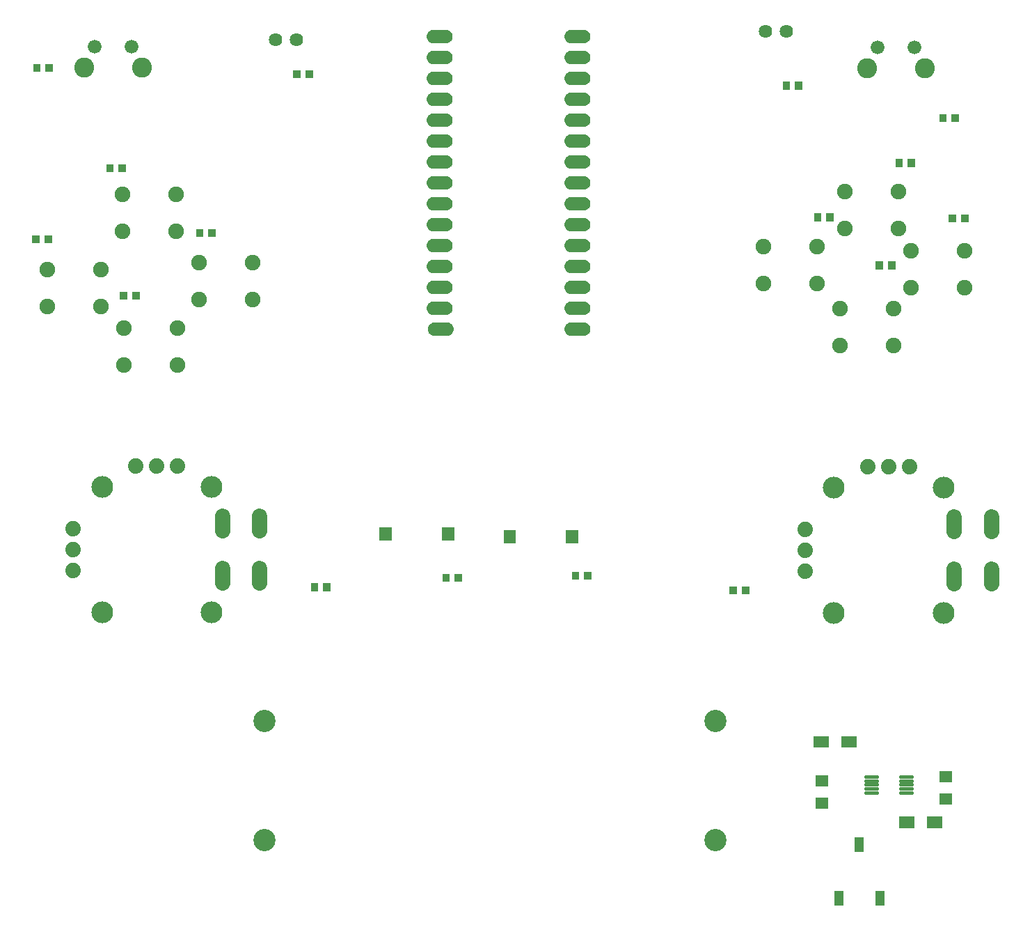
<source format=gts>
G04 Layer: TopSolderMaskLayer*
G04 EasyEDA v6.5.5, 2022-06-05 13:50:50*
G04 bb107c5f8ef14f278ad1c4d5784ba212,a4ea12fd96744f7d9b8618c9b4952ea7,10*
G04 Gerber Generator version 0.2*
G04 Scale: 100 percent, Rotated: No, Reflected: No *
G04 Dimensions in millimeters *
G04 leading zeros omitted , absolute positions ,4 integer and 5 decimal *
%FSLAX45Y45*%
%MOMM*%

%ADD31C,0.3816*%
%ADD32C,1.8796*%
%ADD33C,1.6256*%
%ADD34C,2.7016*%
%ADD38C,1.6767*%
%ADD39C,2.4267*%
%ADD41C,1.9016*%
%ADD43C,2.6416*%

%LPD*%
D31*
X11015197Y1703400D02*
G01*
X11149197Y1703400D01*
X11015197Y1753412D02*
G01*
X11149197Y1753412D01*
X11015197Y1803400D02*
G01*
X11149197Y1803400D01*
X11015197Y1853412D02*
G01*
X11149197Y1853412D01*
X11015197Y1903399D02*
G01*
X11149197Y1903399D01*
X10593202Y1703400D02*
G01*
X10727202Y1703400D01*
X10593202Y1753412D02*
G01*
X10727202Y1753412D01*
X10593202Y1803400D02*
G01*
X10727202Y1803400D01*
X10593202Y1853412D02*
G01*
X10727202Y1853412D01*
X10593202Y1903399D02*
G01*
X10727202Y1903399D01*
D32*
X3218586Y5067300D02*
G01*
X3218586Y4889500D01*
X3218586Y4432300D02*
G01*
X3218586Y4254500D01*
X2768600Y5067300D02*
G01*
X2768600Y4889500D01*
X2768600Y4432300D02*
G01*
X2768600Y4254500D01*
X12121286Y5054600D02*
G01*
X12121286Y4876800D01*
X12121286Y4419600D02*
G01*
X12121286Y4241800D01*
X11671300Y5054600D02*
G01*
X11671300Y4876800D01*
X11671300Y4419600D02*
G01*
X11671300Y4241800D01*
D33*
G01*
X9372600Y10960100D03*
G01*
X9626600Y10960100D03*
D34*
G01*
X8762796Y2575204D03*
G01*
X8762796Y1133195D03*
G01*
X3276803Y2575204D03*
G01*
X3276803Y1133195D03*
G36*
X10210545Y334263D02*
G01*
X10210545Y514604D01*
X10320781Y514604D01*
X10320781Y334263D01*
G37*
G36*
X10460481Y984250D02*
G01*
X10460481Y1164336D01*
X10570718Y1164336D01*
X10570718Y984250D01*
G37*
G36*
X10710418Y334263D02*
G01*
X10710418Y514604D01*
X10820654Y514604D01*
X10820654Y334263D01*
G37*
G36*
X11340591Y1276350D02*
G01*
X11340591Y1416050D01*
X11526520Y1416050D01*
X11526520Y1276350D01*
G37*
G36*
X11003279Y1276350D02*
G01*
X11003279Y1416050D01*
X11189208Y1416050D01*
X11189208Y1276350D01*
G37*
G36*
X10299191Y2254250D02*
G01*
X10299191Y2393950D01*
X10485120Y2393950D01*
X10485120Y2254250D01*
G37*
G36*
X9961879Y2254250D02*
G01*
X9961879Y2393950D01*
X10147808Y2393950D01*
X10147808Y2254250D01*
G37*
G36*
X9983215Y1784350D02*
G01*
X9983215Y1914652D01*
X10133584Y1914652D01*
X10133584Y1784350D01*
G37*
G36*
X9983215Y1514347D02*
G01*
X9983215Y1644650D01*
X10133584Y1644650D01*
X10133584Y1514347D01*
G37*
G36*
X11494515Y1835150D02*
G01*
X11494515Y1965452D01*
X11644884Y1965452D01*
X11644884Y1835150D01*
G37*
G36*
X11494515Y1565147D02*
G01*
X11494515Y1695450D01*
X11644884Y1695450D01*
X11644884Y1565147D01*
G37*
D38*
G01*
X1660093Y10773206D03*
G01*
X1210106Y10773206D03*
D39*
G01*
X1785086Y10523194D03*
G01*
X1085113Y10523194D03*
D38*
G01*
X11185093Y10760506D03*
G01*
X10735106Y10760506D03*
D39*
G01*
X11310086Y10510494D03*
G01*
X10610113Y10510494D03*
D33*
G01*
X3416300Y10858500D03*
G01*
X3670300Y10858500D03*
G36*
X3992372Y4155439D02*
G01*
X3992372Y4251960D01*
X4083050Y4251960D01*
X4083050Y4155439D01*
G37*
G36*
X3841750Y4155439D02*
G01*
X3841750Y4251960D01*
X3932427Y4251960D01*
X3932427Y4155439D01*
G37*
G36*
X9085072Y4117339D02*
G01*
X9085072Y4213860D01*
X9175750Y4213860D01*
X9175750Y4117339D01*
G37*
G36*
X8934450Y4117339D02*
G01*
X8934450Y4213860D01*
X9025127Y4213860D01*
X9025127Y4117339D01*
G37*
D41*
G01*
X11793220Y7839455D03*
G01*
X11793220Y8289544D03*
G01*
X11142979Y7839455D03*
G01*
X11142979Y8289544D03*
G01*
X10929620Y7140955D03*
G01*
X10929620Y7591044D03*
G01*
X10279379Y7140955D03*
G01*
X10279379Y7591044D03*
G01*
X2217420Y6899655D03*
G01*
X2217420Y7349744D03*
G01*
X1567179Y6899655D03*
G01*
X1567179Y7349744D03*
G01*
X1290320Y7610855D03*
G01*
X1290320Y8060944D03*
G01*
X640079Y7610855D03*
G01*
X640079Y8060944D03*
G01*
X3131820Y7699755D03*
G01*
X3131820Y8149844D03*
G01*
X2481579Y7699755D03*
G01*
X2481579Y8149844D03*
G01*
X2204720Y8525255D03*
G01*
X2204720Y8975344D03*
G01*
X1554479Y8525255D03*
G01*
X1554479Y8975344D03*
G01*
X10993120Y8563355D03*
G01*
X10993120Y9013444D03*
G01*
X10342879Y8563355D03*
G01*
X10342879Y9013444D03*
G01*
X10002520Y7890255D03*
G01*
X10002520Y8340344D03*
G01*
X9352279Y7890255D03*
G01*
X9352279Y8340344D03*
G36*
X5435600Y4771389D02*
G01*
X5435600Y4931410D01*
X5585968Y4931410D01*
X5585968Y4771389D01*
G37*
G36*
X4675631Y4771389D02*
G01*
X4675631Y4931410D01*
X4826000Y4931410D01*
X4826000Y4771389D01*
G37*
G36*
X6186931Y4733289D02*
G01*
X6186931Y4893310D01*
X6337300Y4893310D01*
X6337300Y4733289D01*
G37*
G36*
X6946900Y4733289D02*
G01*
X6946900Y4893310D01*
X7097268Y4893310D01*
X7097268Y4733289D01*
G37*
D32*
G01*
X952500Y4914900D03*
G01*
X952500Y4660900D03*
G01*
X952500Y4406900D03*
D43*
G01*
X2635250Y5422900D03*
G01*
X1301750Y5422900D03*
G01*
X1301750Y3898900D03*
G01*
X2635250Y3898900D03*
D32*
G01*
X2222500Y5676900D03*
G01*
X1968500Y5676900D03*
G01*
X1714500Y5676900D03*
G01*
X9855200Y4902200D03*
G01*
X9855200Y4648200D03*
G01*
X9855200Y4394200D03*
D43*
G01*
X11537950Y5410200D03*
G01*
X10204450Y5410200D03*
G01*
X10204450Y3886200D03*
G01*
X11537950Y3886200D03*
D32*
G01*
X11125200Y5664200D03*
G01*
X10871200Y5664200D03*
G01*
X10617200Y5664200D03*
G36*
X3776472Y10391139D02*
G01*
X3776472Y10487660D01*
X3867150Y10487660D01*
X3867150Y10391139D01*
G37*
G36*
X3625850Y10391139D02*
G01*
X3625850Y10487660D01*
X3716527Y10487660D01*
X3716527Y10391139D01*
G37*
G36*
X9732772Y10251439D02*
G01*
X9732772Y10347960D01*
X9823450Y10347960D01*
X9823450Y10251439D01*
G37*
G36*
X9582150Y10251439D02*
G01*
X9582150Y10347960D01*
X9672827Y10347960D01*
X9672827Y10251439D01*
G37*
G36*
X7010145Y7259320D02*
G01*
X7000240Y7260081D01*
X6990079Y7261860D01*
X6980427Y7264908D01*
X6971284Y7269479D01*
X6962647Y7274813D01*
X6954774Y7281418D01*
X6947661Y7288784D01*
X6941820Y7297165D01*
X6936740Y7306055D01*
X6933184Y7315454D01*
X6930643Y7325360D01*
X6929374Y7335520D01*
X6929374Y7345679D01*
X6930643Y7355839D01*
X6933184Y7365745D01*
X6936740Y7375144D01*
X6941820Y7384287D01*
X6947661Y7392415D01*
X6954774Y7399781D01*
X6962647Y7406386D01*
X6971284Y7411720D01*
X6980427Y7416292D01*
X6990079Y7419339D01*
X7000240Y7421371D01*
X7010145Y7421879D01*
X7163054Y7421879D01*
X7172959Y7421371D01*
X7183120Y7419339D01*
X7192772Y7416292D01*
X7201915Y7411720D01*
X7210552Y7406386D01*
X7218425Y7399781D01*
X7225538Y7392415D01*
X7231379Y7384287D01*
X7236459Y7375144D01*
X7240015Y7365745D01*
X7242556Y7355839D01*
X7243825Y7345679D01*
X7243825Y7335520D01*
X7242556Y7325360D01*
X7240015Y7315454D01*
X7236459Y7306055D01*
X7231379Y7297165D01*
X7225538Y7288784D01*
X7218425Y7281418D01*
X7210552Y7274813D01*
X7201915Y7269479D01*
X7192772Y7264908D01*
X7183120Y7261860D01*
X7172959Y7260081D01*
X7163054Y7259320D01*
G37*
G36*
X7010145Y7513320D02*
G01*
X7000240Y7514081D01*
X6990079Y7515860D01*
X6980427Y7518908D01*
X6971284Y7523479D01*
X6962647Y7528813D01*
X6954774Y7535418D01*
X6947661Y7542784D01*
X6941820Y7551165D01*
X6936740Y7560055D01*
X6933184Y7569454D01*
X6930643Y7579360D01*
X6929374Y7589520D01*
X6929374Y7599679D01*
X6930643Y7609839D01*
X6933184Y7619745D01*
X6936740Y7629144D01*
X6941820Y7638287D01*
X6947661Y7646415D01*
X6954774Y7653781D01*
X6962647Y7660386D01*
X6971284Y7665720D01*
X6980427Y7670292D01*
X6990079Y7673339D01*
X7000240Y7675371D01*
X7010145Y7675879D01*
X7163054Y7675879D01*
X7172959Y7675371D01*
X7183120Y7673339D01*
X7192772Y7670292D01*
X7201915Y7665720D01*
X7210552Y7660386D01*
X7218425Y7653781D01*
X7225538Y7646415D01*
X7231379Y7638287D01*
X7236459Y7629144D01*
X7240015Y7619745D01*
X7242556Y7609839D01*
X7243825Y7599679D01*
X7243825Y7589520D01*
X7242556Y7579360D01*
X7240015Y7569454D01*
X7236459Y7560055D01*
X7231379Y7551165D01*
X7225538Y7542784D01*
X7218425Y7535418D01*
X7210552Y7528813D01*
X7201915Y7523479D01*
X7192772Y7518908D01*
X7183120Y7515860D01*
X7172959Y7514081D01*
X7163054Y7513320D01*
G37*
G36*
X7010145Y7767320D02*
G01*
X7000240Y7768081D01*
X6990079Y7769860D01*
X6980427Y7772908D01*
X6971284Y7777479D01*
X6962647Y7782813D01*
X6954774Y7789418D01*
X6947661Y7796784D01*
X6941820Y7805165D01*
X6936740Y7814055D01*
X6933184Y7823454D01*
X6930643Y7833360D01*
X6929374Y7843520D01*
X6929374Y7853679D01*
X6930643Y7863839D01*
X6933184Y7873745D01*
X6936740Y7883144D01*
X6941820Y7892287D01*
X6947661Y7900415D01*
X6954774Y7907781D01*
X6962647Y7914386D01*
X6971284Y7919720D01*
X6980427Y7924292D01*
X6990079Y7927339D01*
X7000240Y7929371D01*
X7010145Y7929879D01*
X7163054Y7929879D01*
X7172959Y7929371D01*
X7183120Y7927339D01*
X7192772Y7924292D01*
X7201915Y7919720D01*
X7210552Y7914386D01*
X7218425Y7907781D01*
X7225538Y7900415D01*
X7231379Y7892287D01*
X7236459Y7883144D01*
X7240015Y7873745D01*
X7242556Y7863839D01*
X7243825Y7853679D01*
X7243825Y7843520D01*
X7242556Y7833360D01*
X7240015Y7823454D01*
X7236459Y7814055D01*
X7231379Y7805165D01*
X7225538Y7796784D01*
X7218425Y7789418D01*
X7210552Y7782813D01*
X7201915Y7777479D01*
X7192772Y7772908D01*
X7183120Y7769860D01*
X7172959Y7768081D01*
X7163054Y7767320D01*
G37*
G36*
X7010145Y8021320D02*
G01*
X7000240Y8022081D01*
X6990079Y8023860D01*
X6980427Y8026908D01*
X6971284Y8031479D01*
X6962647Y8036813D01*
X6954774Y8043418D01*
X6947661Y8050784D01*
X6941820Y8059165D01*
X6936740Y8068055D01*
X6933184Y8077454D01*
X6930643Y8087360D01*
X6929374Y8097520D01*
X6929374Y8107679D01*
X6930643Y8117839D01*
X6933184Y8127745D01*
X6936740Y8137144D01*
X6941820Y8146287D01*
X6947661Y8154415D01*
X6954774Y8161781D01*
X6962647Y8168386D01*
X6971284Y8173720D01*
X6980427Y8178292D01*
X6990079Y8181339D01*
X7000240Y8183371D01*
X7010145Y8183879D01*
X7163054Y8183879D01*
X7172959Y8183371D01*
X7183120Y8181339D01*
X7192772Y8178292D01*
X7201915Y8173720D01*
X7210552Y8168386D01*
X7218425Y8161781D01*
X7225538Y8154415D01*
X7231379Y8146287D01*
X7236459Y8137144D01*
X7240015Y8127745D01*
X7242556Y8117839D01*
X7243825Y8107679D01*
X7243825Y8097520D01*
X7242556Y8087360D01*
X7240015Y8077454D01*
X7236459Y8068055D01*
X7231379Y8059165D01*
X7225538Y8050784D01*
X7218425Y8043418D01*
X7210552Y8036813D01*
X7201915Y8031479D01*
X7192772Y8026908D01*
X7183120Y8023860D01*
X7172959Y8022081D01*
X7163054Y8021320D01*
G37*
G36*
X7010145Y8275320D02*
G01*
X7000240Y8276081D01*
X6990079Y8277860D01*
X6980427Y8280908D01*
X6971284Y8285479D01*
X6962647Y8290813D01*
X6954774Y8297418D01*
X6947661Y8304784D01*
X6941820Y8313165D01*
X6936740Y8322055D01*
X6933184Y8331454D01*
X6930643Y8341360D01*
X6929374Y8351520D01*
X6929374Y8361679D01*
X6930643Y8371839D01*
X6933184Y8381745D01*
X6936740Y8391144D01*
X6941820Y8400287D01*
X6947661Y8408415D01*
X6954774Y8415781D01*
X6962647Y8422386D01*
X6971284Y8427720D01*
X6980427Y8432292D01*
X6990079Y8435339D01*
X7000240Y8437371D01*
X7010145Y8437879D01*
X7163054Y8437879D01*
X7172959Y8437371D01*
X7183120Y8435339D01*
X7192772Y8432292D01*
X7201915Y8427720D01*
X7210552Y8422386D01*
X7218425Y8415781D01*
X7225538Y8408415D01*
X7231379Y8400287D01*
X7236459Y8391144D01*
X7240015Y8381745D01*
X7242556Y8371839D01*
X7243825Y8361679D01*
X7243825Y8351520D01*
X7242556Y8341360D01*
X7240015Y8331454D01*
X7236459Y8322055D01*
X7231379Y8313165D01*
X7225538Y8304784D01*
X7218425Y8297418D01*
X7210552Y8290813D01*
X7201915Y8285479D01*
X7192772Y8280908D01*
X7183120Y8277860D01*
X7172959Y8276081D01*
X7163054Y8275320D01*
G37*
G36*
X7010145Y8529320D02*
G01*
X7000240Y8530081D01*
X6990079Y8531860D01*
X6980427Y8534908D01*
X6971284Y8539479D01*
X6962647Y8544813D01*
X6954774Y8551418D01*
X6947661Y8558784D01*
X6941820Y8567165D01*
X6936740Y8576055D01*
X6933184Y8585454D01*
X6930643Y8595360D01*
X6929374Y8605520D01*
X6929374Y8615679D01*
X6930643Y8625839D01*
X6933184Y8635745D01*
X6936740Y8645144D01*
X6941820Y8654287D01*
X6947661Y8662415D01*
X6954774Y8669781D01*
X6962647Y8676386D01*
X6971284Y8681720D01*
X6980427Y8686292D01*
X6990079Y8689339D01*
X7000240Y8691371D01*
X7010145Y8691879D01*
X7163054Y8691879D01*
X7172959Y8691371D01*
X7183120Y8689339D01*
X7192772Y8686292D01*
X7201915Y8681720D01*
X7210552Y8676386D01*
X7218425Y8669781D01*
X7225538Y8662415D01*
X7231379Y8654287D01*
X7236459Y8645144D01*
X7240015Y8635745D01*
X7242556Y8625839D01*
X7243825Y8615679D01*
X7243825Y8605520D01*
X7242556Y8595360D01*
X7240015Y8585454D01*
X7236459Y8576055D01*
X7231379Y8567165D01*
X7225538Y8558784D01*
X7218425Y8551418D01*
X7210552Y8544813D01*
X7201915Y8539479D01*
X7192772Y8534908D01*
X7183120Y8531860D01*
X7172959Y8530081D01*
X7163054Y8529320D01*
G37*
G36*
X7010145Y9037320D02*
G01*
X7000240Y9038081D01*
X6990079Y9039860D01*
X6980427Y9042908D01*
X6971284Y9047479D01*
X6962647Y9052813D01*
X6954774Y9059418D01*
X6947661Y9066784D01*
X6941820Y9075165D01*
X6936740Y9084055D01*
X6933184Y9093454D01*
X6930643Y9103360D01*
X6929374Y9113520D01*
X6929374Y9123679D01*
X6930643Y9133839D01*
X6933184Y9143745D01*
X6936740Y9153144D01*
X6941820Y9162287D01*
X6947661Y9170415D01*
X6954774Y9177781D01*
X6962647Y9184386D01*
X6971284Y9189720D01*
X6980427Y9194292D01*
X6990079Y9197339D01*
X7000240Y9199371D01*
X7010145Y9199879D01*
X7163054Y9199879D01*
X7172959Y9199371D01*
X7183120Y9197339D01*
X7192772Y9194292D01*
X7201915Y9189720D01*
X7210552Y9184386D01*
X7218425Y9177781D01*
X7225538Y9170415D01*
X7231379Y9162287D01*
X7236459Y9153144D01*
X7240015Y9143745D01*
X7242556Y9133839D01*
X7243825Y9123679D01*
X7243825Y9113520D01*
X7242556Y9103360D01*
X7240015Y9093454D01*
X7236459Y9084055D01*
X7231379Y9075165D01*
X7225538Y9066784D01*
X7218425Y9059418D01*
X7210552Y9052813D01*
X7201915Y9047479D01*
X7192772Y9042908D01*
X7183120Y9039860D01*
X7172959Y9038081D01*
X7163054Y9037320D01*
G37*
G36*
X7010145Y9291320D02*
G01*
X7000240Y9292081D01*
X6990079Y9293860D01*
X6980427Y9296908D01*
X6971284Y9301479D01*
X6962647Y9306813D01*
X6954774Y9313418D01*
X6947661Y9320784D01*
X6941820Y9329165D01*
X6936740Y9338055D01*
X6933184Y9347454D01*
X6930643Y9357360D01*
X6929374Y9367520D01*
X6929374Y9377679D01*
X6930643Y9387839D01*
X6933184Y9397745D01*
X6936740Y9407144D01*
X6941820Y9416287D01*
X6947661Y9424415D01*
X6954774Y9431781D01*
X6962647Y9438386D01*
X6971284Y9443720D01*
X6980427Y9448292D01*
X6990079Y9451339D01*
X7000240Y9453118D01*
X7010145Y9453879D01*
X7163054Y9453879D01*
X7172959Y9453118D01*
X7183120Y9451339D01*
X7192772Y9448292D01*
X7201915Y9443720D01*
X7210552Y9438386D01*
X7218425Y9431781D01*
X7225538Y9424415D01*
X7231379Y9416287D01*
X7236459Y9407144D01*
X7240015Y9397745D01*
X7242556Y9387839D01*
X7243825Y9377679D01*
X7243825Y9367520D01*
X7242556Y9357360D01*
X7240015Y9347454D01*
X7236459Y9338055D01*
X7231379Y9329165D01*
X7225538Y9320784D01*
X7218425Y9313418D01*
X7210552Y9306813D01*
X7201915Y9301479D01*
X7192772Y9296908D01*
X7183120Y9293860D01*
X7172959Y9292081D01*
X7163054Y9291320D01*
G37*
G36*
X7010145Y9545320D02*
G01*
X7000240Y9546081D01*
X6990079Y9547860D01*
X6980427Y9550908D01*
X6971284Y9555479D01*
X6962647Y9560813D01*
X6954774Y9567418D01*
X6947661Y9574784D01*
X6941820Y9583165D01*
X6936740Y9592055D01*
X6933184Y9601454D01*
X6930643Y9611360D01*
X6929374Y9621520D01*
X6929374Y9631679D01*
X6930643Y9641839D01*
X6933184Y9651745D01*
X6936740Y9661144D01*
X6941820Y9670287D01*
X6947661Y9678415D01*
X6954774Y9685781D01*
X6962647Y9692386D01*
X6971284Y9697720D01*
X6980427Y9702292D01*
X6990079Y9705339D01*
X7000240Y9707118D01*
X7010145Y9707879D01*
X7163054Y9707879D01*
X7172959Y9707118D01*
X7183120Y9705339D01*
X7192772Y9702292D01*
X7201915Y9697720D01*
X7210552Y9692386D01*
X7218425Y9685781D01*
X7225538Y9678415D01*
X7231379Y9670287D01*
X7236459Y9661144D01*
X7240015Y9651745D01*
X7242556Y9641839D01*
X7243825Y9631679D01*
X7243825Y9621520D01*
X7242556Y9611360D01*
X7240015Y9601454D01*
X7236459Y9592055D01*
X7231379Y9583165D01*
X7225538Y9574784D01*
X7218425Y9567418D01*
X7210552Y9560813D01*
X7201915Y9555479D01*
X7192772Y9550908D01*
X7183120Y9547860D01*
X7172959Y9546081D01*
X7163054Y9545320D01*
G37*
G36*
X7010145Y9799320D02*
G01*
X7000240Y9800081D01*
X6990079Y9801860D01*
X6980427Y9804908D01*
X6971284Y9809479D01*
X6962647Y9814813D01*
X6954774Y9821418D01*
X6947661Y9828784D01*
X6941820Y9837165D01*
X6936740Y9846055D01*
X6933184Y9855454D01*
X6930643Y9865360D01*
X6929374Y9875520D01*
X6929374Y9885679D01*
X6930643Y9895839D01*
X6933184Y9905745D01*
X6936740Y9915144D01*
X6941820Y9924287D01*
X6947661Y9932415D01*
X6954774Y9939781D01*
X6962647Y9946386D01*
X6971284Y9951720D01*
X6980427Y9956292D01*
X6990079Y9959339D01*
X7000240Y9961118D01*
X7010145Y9961879D01*
X7163054Y9961879D01*
X7172959Y9961118D01*
X7183120Y9959339D01*
X7192772Y9956292D01*
X7201915Y9951720D01*
X7210552Y9946386D01*
X7218425Y9939781D01*
X7225538Y9932415D01*
X7231379Y9924287D01*
X7236459Y9915144D01*
X7240015Y9905745D01*
X7242556Y9895839D01*
X7243825Y9885679D01*
X7243825Y9875520D01*
X7242556Y9865360D01*
X7240015Y9855454D01*
X7236459Y9846055D01*
X7231379Y9837165D01*
X7225538Y9828784D01*
X7218425Y9821418D01*
X7210552Y9814813D01*
X7201915Y9809479D01*
X7192772Y9804908D01*
X7183120Y9801860D01*
X7172959Y9800081D01*
X7163054Y9799320D01*
G37*
G36*
X7010145Y10053320D02*
G01*
X7000240Y10054081D01*
X6990079Y10055860D01*
X6980427Y10058908D01*
X6971284Y10063479D01*
X6962647Y10068813D01*
X6954774Y10075418D01*
X6947661Y10082784D01*
X6941820Y10091165D01*
X6936740Y10100055D01*
X6933184Y10109454D01*
X6930643Y10119360D01*
X6929374Y10129520D01*
X6929374Y10139679D01*
X6930643Y10149839D01*
X6933184Y10159745D01*
X6936740Y10169144D01*
X6941820Y10178287D01*
X6947661Y10186415D01*
X6954774Y10193781D01*
X6962647Y10200386D01*
X6971284Y10205720D01*
X6980427Y10210292D01*
X6990079Y10213339D01*
X7000240Y10215118D01*
X7010145Y10215879D01*
X7163054Y10215879D01*
X7172959Y10215118D01*
X7183120Y10213339D01*
X7192772Y10210292D01*
X7201915Y10205720D01*
X7210552Y10200386D01*
X7218425Y10193781D01*
X7225538Y10186415D01*
X7231379Y10178287D01*
X7236459Y10169144D01*
X7240015Y10159745D01*
X7242556Y10149839D01*
X7243825Y10139679D01*
X7243825Y10129520D01*
X7242556Y10119360D01*
X7240015Y10109454D01*
X7236459Y10100055D01*
X7231379Y10091165D01*
X7225538Y10082784D01*
X7218425Y10075418D01*
X7210552Y10068813D01*
X7201915Y10063479D01*
X7192772Y10058908D01*
X7183120Y10055860D01*
X7172959Y10054081D01*
X7163054Y10053320D01*
G37*
G36*
X7010145Y10307320D02*
G01*
X7000240Y10308081D01*
X6990079Y10309860D01*
X6980427Y10312908D01*
X6971284Y10317479D01*
X6962647Y10322813D01*
X6954774Y10329418D01*
X6947661Y10336784D01*
X6941820Y10345165D01*
X6936740Y10354055D01*
X6933184Y10363454D01*
X6930643Y10373360D01*
X6929374Y10383520D01*
X6929374Y10393679D01*
X6930643Y10403839D01*
X6933184Y10413745D01*
X6936740Y10423144D01*
X6941820Y10432287D01*
X6947661Y10440415D01*
X6954774Y10447781D01*
X6962647Y10454386D01*
X6971284Y10459720D01*
X6980427Y10464292D01*
X6990079Y10467339D01*
X7000240Y10469118D01*
X7010145Y10469879D01*
X7163054Y10469879D01*
X7172959Y10469118D01*
X7183120Y10467339D01*
X7192772Y10464292D01*
X7201915Y10459720D01*
X7210552Y10454386D01*
X7218425Y10447781D01*
X7225538Y10440415D01*
X7231379Y10432287D01*
X7236459Y10423144D01*
X7240015Y10413745D01*
X7242556Y10403839D01*
X7243825Y10393679D01*
X7243825Y10383520D01*
X7242556Y10373360D01*
X7240015Y10363454D01*
X7236459Y10354055D01*
X7231379Y10345165D01*
X7225538Y10336784D01*
X7218425Y10329418D01*
X7210552Y10322813D01*
X7201915Y10317479D01*
X7192772Y10312908D01*
X7183120Y10309860D01*
X7172959Y10308081D01*
X7163054Y10307320D01*
G37*
G36*
X7010145Y10561320D02*
G01*
X7000240Y10562081D01*
X6990079Y10563860D01*
X6980427Y10566908D01*
X6971284Y10571479D01*
X6962647Y10576813D01*
X6954774Y10583418D01*
X6947661Y10590784D01*
X6941820Y10599165D01*
X6936740Y10608055D01*
X6933184Y10617454D01*
X6930643Y10627360D01*
X6929374Y10637520D01*
X6929374Y10647679D01*
X6930643Y10657839D01*
X6933184Y10667745D01*
X6936740Y10677144D01*
X6941820Y10686287D01*
X6947661Y10694415D01*
X6954774Y10701781D01*
X6962647Y10708386D01*
X6971284Y10713720D01*
X6980427Y10718292D01*
X6990079Y10721339D01*
X7000240Y10723118D01*
X7010145Y10723879D01*
X7163054Y10723879D01*
X7172959Y10723118D01*
X7183120Y10721339D01*
X7192772Y10718292D01*
X7201915Y10713720D01*
X7210552Y10708386D01*
X7218425Y10701781D01*
X7225538Y10694415D01*
X7231379Y10686287D01*
X7236459Y10677144D01*
X7240015Y10667745D01*
X7242556Y10657839D01*
X7243825Y10647679D01*
X7243825Y10637520D01*
X7242556Y10627360D01*
X7240015Y10617454D01*
X7236459Y10608055D01*
X7231379Y10599165D01*
X7225538Y10590784D01*
X7218425Y10583418D01*
X7210552Y10576813D01*
X7201915Y10571479D01*
X7192772Y10566908D01*
X7183120Y10563860D01*
X7172959Y10562081D01*
X7163054Y10561320D01*
G37*
G36*
X7010145Y10815320D02*
G01*
X7000240Y10816081D01*
X6990079Y10817860D01*
X6980427Y10820908D01*
X6971284Y10825479D01*
X6962647Y10830813D01*
X6954774Y10837418D01*
X6947661Y10844784D01*
X6941820Y10853165D01*
X6936740Y10862055D01*
X6933184Y10871454D01*
X6930643Y10881360D01*
X6929374Y10891520D01*
X6929374Y10901679D01*
X6930643Y10911839D01*
X6933184Y10921745D01*
X6936740Y10931144D01*
X6941820Y10940287D01*
X6947661Y10948415D01*
X6954774Y10955781D01*
X6962647Y10962386D01*
X6971284Y10967720D01*
X6980427Y10972292D01*
X6990079Y10975339D01*
X7000240Y10977118D01*
X7010145Y10977879D01*
X7163054Y10977879D01*
X7172959Y10977118D01*
X7183120Y10975339D01*
X7192772Y10972292D01*
X7201915Y10967720D01*
X7210552Y10962386D01*
X7218425Y10955781D01*
X7225538Y10948415D01*
X7231379Y10940287D01*
X7236459Y10931144D01*
X7240015Y10921745D01*
X7242556Y10911839D01*
X7243825Y10901679D01*
X7243825Y10891520D01*
X7242556Y10881360D01*
X7240015Y10871454D01*
X7236459Y10862055D01*
X7231379Y10853165D01*
X7225538Y10844784D01*
X7218425Y10837418D01*
X7210552Y10830813D01*
X7201915Y10825479D01*
X7192772Y10820908D01*
X7183120Y10817860D01*
X7172959Y10816081D01*
X7163054Y10815320D01*
G37*
G36*
X5333745Y10815320D02*
G01*
X5323840Y10816081D01*
X5313679Y10817860D01*
X5304027Y10820908D01*
X5294884Y10825479D01*
X5286247Y10830813D01*
X5278374Y10837418D01*
X5271261Y10844784D01*
X5265420Y10853165D01*
X5260340Y10862055D01*
X5256784Y10871454D01*
X5254243Y10881360D01*
X5252974Y10891520D01*
X5252974Y10901679D01*
X5254243Y10911839D01*
X5256784Y10921745D01*
X5260340Y10931144D01*
X5265420Y10940287D01*
X5271261Y10948415D01*
X5278374Y10955781D01*
X5286247Y10962386D01*
X5294884Y10967720D01*
X5304027Y10972292D01*
X5313679Y10975339D01*
X5323840Y10977118D01*
X5333745Y10977879D01*
X5486654Y10977879D01*
X5496559Y10977118D01*
X5506720Y10975339D01*
X5516372Y10972292D01*
X5525515Y10967720D01*
X5534152Y10962386D01*
X5542025Y10955781D01*
X5549138Y10948415D01*
X5554979Y10940287D01*
X5560059Y10931144D01*
X5563615Y10921745D01*
X5566156Y10911839D01*
X5567425Y10901679D01*
X5567425Y10891520D01*
X5566156Y10881360D01*
X5563615Y10871454D01*
X5560059Y10862055D01*
X5554979Y10853165D01*
X5549138Y10844784D01*
X5542025Y10837418D01*
X5534152Y10830813D01*
X5525515Y10825479D01*
X5516372Y10820908D01*
X5506720Y10817860D01*
X5496559Y10816081D01*
X5486654Y10815320D01*
G37*
G36*
X5333745Y10561320D02*
G01*
X5323840Y10562081D01*
X5313679Y10563860D01*
X5304027Y10566908D01*
X5294884Y10571479D01*
X5286247Y10576813D01*
X5278374Y10583418D01*
X5271261Y10590784D01*
X5265420Y10599165D01*
X5260340Y10608055D01*
X5256784Y10617454D01*
X5254243Y10627360D01*
X5252974Y10637520D01*
X5252974Y10647679D01*
X5254243Y10657839D01*
X5256784Y10667745D01*
X5260340Y10677144D01*
X5265420Y10686287D01*
X5271261Y10694415D01*
X5278374Y10701781D01*
X5286247Y10708386D01*
X5294884Y10713720D01*
X5304027Y10718292D01*
X5313679Y10721339D01*
X5323840Y10723118D01*
X5333745Y10723879D01*
X5486654Y10723879D01*
X5496559Y10723118D01*
X5506720Y10721339D01*
X5516372Y10718292D01*
X5525515Y10713720D01*
X5534152Y10708386D01*
X5542025Y10701781D01*
X5549138Y10694415D01*
X5554979Y10686287D01*
X5560059Y10677144D01*
X5563615Y10667745D01*
X5566156Y10657839D01*
X5567425Y10647679D01*
X5567425Y10637520D01*
X5566156Y10627360D01*
X5563615Y10617454D01*
X5560059Y10608055D01*
X5554979Y10599165D01*
X5549138Y10590784D01*
X5542025Y10583418D01*
X5534152Y10576813D01*
X5525515Y10571479D01*
X5516372Y10566908D01*
X5506720Y10563860D01*
X5496559Y10562081D01*
X5486654Y10561320D01*
G37*
G36*
X5333745Y10307320D02*
G01*
X5323840Y10308081D01*
X5313679Y10309860D01*
X5304027Y10312908D01*
X5294884Y10317479D01*
X5286247Y10322813D01*
X5278374Y10329418D01*
X5271261Y10336784D01*
X5265420Y10345165D01*
X5260340Y10354055D01*
X5256784Y10363454D01*
X5254243Y10373360D01*
X5252974Y10383520D01*
X5252974Y10393679D01*
X5254243Y10403839D01*
X5256784Y10413745D01*
X5260340Y10423144D01*
X5265420Y10432287D01*
X5271261Y10440415D01*
X5278374Y10447781D01*
X5286247Y10454386D01*
X5294884Y10459720D01*
X5304027Y10464292D01*
X5313679Y10467339D01*
X5323840Y10469118D01*
X5333745Y10469879D01*
X5486654Y10469879D01*
X5496559Y10469118D01*
X5506720Y10467339D01*
X5516372Y10464292D01*
X5525515Y10459720D01*
X5534152Y10454386D01*
X5542025Y10447781D01*
X5549138Y10440415D01*
X5554979Y10432287D01*
X5560059Y10423144D01*
X5563615Y10413745D01*
X5566156Y10403839D01*
X5567425Y10393679D01*
X5567425Y10383520D01*
X5566156Y10373360D01*
X5563615Y10363454D01*
X5560059Y10354055D01*
X5554979Y10345165D01*
X5549138Y10336784D01*
X5542025Y10329418D01*
X5534152Y10322813D01*
X5525515Y10317479D01*
X5516372Y10312908D01*
X5506720Y10309860D01*
X5496559Y10308081D01*
X5486654Y10307320D01*
G37*
G36*
X5333745Y10053320D02*
G01*
X5323840Y10054081D01*
X5313679Y10055860D01*
X5304027Y10058908D01*
X5294884Y10063479D01*
X5286247Y10068813D01*
X5278374Y10075418D01*
X5271261Y10082784D01*
X5265420Y10091165D01*
X5260340Y10100055D01*
X5256784Y10109454D01*
X5254243Y10119360D01*
X5252974Y10129520D01*
X5252974Y10139679D01*
X5254243Y10149839D01*
X5256784Y10159745D01*
X5260340Y10169144D01*
X5265420Y10178287D01*
X5271261Y10186415D01*
X5278374Y10193781D01*
X5286247Y10200386D01*
X5294884Y10205720D01*
X5304027Y10210292D01*
X5313679Y10213339D01*
X5323840Y10215118D01*
X5333745Y10215879D01*
X5486654Y10215879D01*
X5496559Y10215118D01*
X5506720Y10213339D01*
X5516372Y10210292D01*
X5525515Y10205720D01*
X5534152Y10200386D01*
X5542025Y10193781D01*
X5549138Y10186415D01*
X5554979Y10178287D01*
X5560059Y10169144D01*
X5563615Y10159745D01*
X5566156Y10149839D01*
X5567425Y10139679D01*
X5567425Y10129520D01*
X5566156Y10119360D01*
X5563615Y10109454D01*
X5560059Y10100055D01*
X5554979Y10091165D01*
X5549138Y10082784D01*
X5542025Y10075418D01*
X5534152Y10068813D01*
X5525515Y10063479D01*
X5516372Y10058908D01*
X5506720Y10055860D01*
X5496559Y10054081D01*
X5486654Y10053320D01*
G37*
G36*
X5333745Y9799320D02*
G01*
X5323840Y9800081D01*
X5313679Y9801860D01*
X5304027Y9804908D01*
X5294884Y9809479D01*
X5286247Y9814813D01*
X5278374Y9821418D01*
X5271261Y9828784D01*
X5265420Y9837165D01*
X5260340Y9846055D01*
X5256784Y9855454D01*
X5254243Y9865360D01*
X5252974Y9875520D01*
X5252974Y9885679D01*
X5254243Y9895839D01*
X5256784Y9905745D01*
X5260340Y9915144D01*
X5265420Y9924287D01*
X5271261Y9932415D01*
X5278374Y9939781D01*
X5286247Y9946386D01*
X5294884Y9951720D01*
X5304027Y9956292D01*
X5313679Y9959339D01*
X5323840Y9961118D01*
X5333745Y9961879D01*
X5486654Y9961879D01*
X5496559Y9961118D01*
X5506720Y9959339D01*
X5516372Y9956292D01*
X5525515Y9951720D01*
X5534152Y9946386D01*
X5542025Y9939781D01*
X5549138Y9932415D01*
X5554979Y9924287D01*
X5560059Y9915144D01*
X5563615Y9905745D01*
X5566156Y9895839D01*
X5567425Y9885679D01*
X5567425Y9875520D01*
X5566156Y9865360D01*
X5563615Y9855454D01*
X5560059Y9846055D01*
X5554979Y9837165D01*
X5549138Y9828784D01*
X5542025Y9821418D01*
X5534152Y9814813D01*
X5525515Y9809479D01*
X5516372Y9804908D01*
X5506720Y9801860D01*
X5496559Y9800081D01*
X5486654Y9799320D01*
G37*
G36*
X5333745Y9545320D02*
G01*
X5323840Y9546081D01*
X5313679Y9547860D01*
X5304027Y9550908D01*
X5294884Y9555479D01*
X5286247Y9560813D01*
X5278374Y9567418D01*
X5271261Y9574784D01*
X5265420Y9583165D01*
X5260340Y9592055D01*
X5256784Y9601454D01*
X5254243Y9611360D01*
X5252974Y9621520D01*
X5252974Y9631679D01*
X5254243Y9641839D01*
X5256784Y9651745D01*
X5260340Y9661144D01*
X5265420Y9670287D01*
X5271261Y9678415D01*
X5278374Y9685781D01*
X5286247Y9692386D01*
X5294884Y9697720D01*
X5304027Y9702292D01*
X5313679Y9705339D01*
X5323840Y9707118D01*
X5333745Y9707879D01*
X5486654Y9707879D01*
X5496559Y9707118D01*
X5506720Y9705339D01*
X5516372Y9702292D01*
X5525515Y9697720D01*
X5534152Y9692386D01*
X5542025Y9685781D01*
X5549138Y9678415D01*
X5554979Y9670287D01*
X5560059Y9661144D01*
X5563615Y9651745D01*
X5566156Y9641839D01*
X5567425Y9631679D01*
X5567425Y9621520D01*
X5566156Y9611360D01*
X5563615Y9601454D01*
X5560059Y9592055D01*
X5554979Y9583165D01*
X5549138Y9574784D01*
X5542025Y9567418D01*
X5534152Y9560813D01*
X5525515Y9555479D01*
X5516372Y9550908D01*
X5506720Y9547860D01*
X5496559Y9546081D01*
X5486654Y9545320D01*
G37*
G36*
X5333745Y9291320D02*
G01*
X5323840Y9292081D01*
X5313679Y9293860D01*
X5304027Y9296908D01*
X5294884Y9301479D01*
X5286247Y9306813D01*
X5278374Y9313418D01*
X5271261Y9320784D01*
X5265420Y9329165D01*
X5260340Y9338055D01*
X5256784Y9347454D01*
X5254243Y9357360D01*
X5252974Y9367520D01*
X5252974Y9377679D01*
X5254243Y9387839D01*
X5256784Y9397745D01*
X5260340Y9407144D01*
X5265420Y9416287D01*
X5271261Y9424415D01*
X5278374Y9431781D01*
X5286247Y9438386D01*
X5294884Y9443720D01*
X5304027Y9448292D01*
X5313679Y9451339D01*
X5323840Y9453118D01*
X5333745Y9453879D01*
X5486654Y9453879D01*
X5496559Y9453118D01*
X5506720Y9451339D01*
X5516372Y9448292D01*
X5525515Y9443720D01*
X5534152Y9438386D01*
X5542025Y9431781D01*
X5549138Y9424415D01*
X5554979Y9416287D01*
X5560059Y9407144D01*
X5563615Y9397745D01*
X5566156Y9387839D01*
X5567425Y9377679D01*
X5567425Y9367520D01*
X5566156Y9357360D01*
X5563615Y9347454D01*
X5560059Y9338055D01*
X5554979Y9329165D01*
X5549138Y9320784D01*
X5542025Y9313418D01*
X5534152Y9306813D01*
X5525515Y9301479D01*
X5516372Y9296908D01*
X5506720Y9293860D01*
X5496559Y9292081D01*
X5486654Y9291320D01*
G37*
G36*
X5333745Y9037320D02*
G01*
X5323840Y9038081D01*
X5313679Y9039860D01*
X5304027Y9042908D01*
X5294884Y9047479D01*
X5286247Y9052813D01*
X5278374Y9059418D01*
X5271261Y9066784D01*
X5265420Y9075165D01*
X5260340Y9084055D01*
X5256784Y9093454D01*
X5254243Y9103360D01*
X5252974Y9113520D01*
X5252974Y9123679D01*
X5254243Y9133839D01*
X5256784Y9143745D01*
X5260340Y9153144D01*
X5265420Y9162287D01*
X5271261Y9170415D01*
X5278374Y9177781D01*
X5286247Y9184386D01*
X5294884Y9189720D01*
X5304027Y9194292D01*
X5313679Y9197339D01*
X5323840Y9199371D01*
X5333745Y9199879D01*
X5486654Y9199879D01*
X5496559Y9199371D01*
X5506720Y9197339D01*
X5516372Y9194292D01*
X5525515Y9189720D01*
X5534152Y9184386D01*
X5542025Y9177781D01*
X5549138Y9170415D01*
X5554979Y9162287D01*
X5560059Y9153144D01*
X5563615Y9143745D01*
X5566156Y9133839D01*
X5567425Y9123679D01*
X5567425Y9113520D01*
X5566156Y9103360D01*
X5563615Y9093454D01*
X5560059Y9084055D01*
X5554979Y9075165D01*
X5549138Y9066784D01*
X5542025Y9059418D01*
X5534152Y9052813D01*
X5525515Y9047479D01*
X5516372Y9042908D01*
X5506720Y9039860D01*
X5496559Y9038081D01*
X5486654Y9037320D01*
G37*
G36*
X5333745Y8783320D02*
G01*
X5323840Y8784081D01*
X5313679Y8785860D01*
X5304027Y8788908D01*
X5294884Y8793479D01*
X5286247Y8798813D01*
X5278374Y8805418D01*
X5271261Y8812784D01*
X5265420Y8821165D01*
X5260340Y8830055D01*
X5256784Y8839454D01*
X5254243Y8849360D01*
X5252974Y8859520D01*
X5252974Y8869679D01*
X5254243Y8879839D01*
X5256784Y8889745D01*
X5260340Y8899144D01*
X5265420Y8908287D01*
X5271261Y8916415D01*
X5278374Y8923781D01*
X5286247Y8930386D01*
X5294884Y8935720D01*
X5304027Y8940292D01*
X5313679Y8943339D01*
X5323840Y8945371D01*
X5333745Y8945879D01*
X5486654Y8945879D01*
X5496559Y8945371D01*
X5506720Y8943339D01*
X5516372Y8940292D01*
X5525515Y8935720D01*
X5534152Y8930386D01*
X5542025Y8923781D01*
X5549138Y8916415D01*
X5554979Y8908287D01*
X5560059Y8899144D01*
X5563615Y8889745D01*
X5566156Y8879839D01*
X5567425Y8869679D01*
X5567425Y8859520D01*
X5566156Y8849360D01*
X5563615Y8839454D01*
X5560059Y8830055D01*
X5554979Y8821165D01*
X5549138Y8812784D01*
X5542025Y8805418D01*
X5534152Y8798813D01*
X5525515Y8793479D01*
X5516372Y8788908D01*
X5506720Y8785860D01*
X5496559Y8784081D01*
X5486654Y8783320D01*
G37*
G36*
X5333745Y8529320D02*
G01*
X5323840Y8530081D01*
X5313679Y8531860D01*
X5304027Y8534908D01*
X5294884Y8539479D01*
X5286247Y8544813D01*
X5278374Y8551418D01*
X5271261Y8558784D01*
X5265420Y8567165D01*
X5260340Y8576055D01*
X5256784Y8585454D01*
X5254243Y8595360D01*
X5252974Y8605520D01*
X5252974Y8615679D01*
X5254243Y8625839D01*
X5256784Y8635745D01*
X5260340Y8645144D01*
X5265420Y8654287D01*
X5271261Y8662415D01*
X5278374Y8669781D01*
X5286247Y8676386D01*
X5294884Y8681720D01*
X5304027Y8686292D01*
X5313679Y8689339D01*
X5323840Y8691371D01*
X5333745Y8691879D01*
X5486654Y8691879D01*
X5496559Y8691371D01*
X5506720Y8689339D01*
X5516372Y8686292D01*
X5525515Y8681720D01*
X5534152Y8676386D01*
X5542025Y8669781D01*
X5549138Y8662415D01*
X5554979Y8654287D01*
X5560059Y8645144D01*
X5563615Y8635745D01*
X5566156Y8625839D01*
X5567425Y8615679D01*
X5567425Y8605520D01*
X5566156Y8595360D01*
X5563615Y8585454D01*
X5560059Y8576055D01*
X5554979Y8567165D01*
X5549138Y8558784D01*
X5542025Y8551418D01*
X5534152Y8544813D01*
X5525515Y8539479D01*
X5516372Y8534908D01*
X5506720Y8531860D01*
X5496559Y8530081D01*
X5486654Y8529320D01*
G37*
G36*
X5333745Y8275320D02*
G01*
X5323840Y8276081D01*
X5313679Y8277860D01*
X5304027Y8280908D01*
X5294884Y8285479D01*
X5286247Y8290813D01*
X5278374Y8297418D01*
X5271261Y8304784D01*
X5265420Y8313165D01*
X5260340Y8322055D01*
X5256784Y8331454D01*
X5254243Y8341360D01*
X5252974Y8351520D01*
X5252974Y8361679D01*
X5254243Y8371839D01*
X5256784Y8381745D01*
X5260340Y8391144D01*
X5265420Y8400287D01*
X5271261Y8408415D01*
X5278374Y8415781D01*
X5286247Y8422386D01*
X5294884Y8427720D01*
X5304027Y8432292D01*
X5313679Y8435339D01*
X5323840Y8437371D01*
X5333745Y8437879D01*
X5486654Y8437879D01*
X5496559Y8437371D01*
X5506720Y8435339D01*
X5516372Y8432292D01*
X5525515Y8427720D01*
X5534152Y8422386D01*
X5542025Y8415781D01*
X5549138Y8408415D01*
X5554979Y8400287D01*
X5560059Y8391144D01*
X5563615Y8381745D01*
X5566156Y8371839D01*
X5567425Y8361679D01*
X5567425Y8351520D01*
X5566156Y8341360D01*
X5563615Y8331454D01*
X5560059Y8322055D01*
X5554979Y8313165D01*
X5549138Y8304784D01*
X5542025Y8297418D01*
X5534152Y8290813D01*
X5525515Y8285479D01*
X5516372Y8280908D01*
X5506720Y8277860D01*
X5496559Y8276081D01*
X5486654Y8275320D01*
G37*
G36*
X5333745Y8021320D02*
G01*
X5323840Y8022081D01*
X5313679Y8023860D01*
X5304027Y8026908D01*
X5294884Y8031479D01*
X5286247Y8036813D01*
X5278374Y8043418D01*
X5271261Y8050784D01*
X5265420Y8059165D01*
X5260340Y8068055D01*
X5256784Y8077454D01*
X5254243Y8087360D01*
X5252974Y8097520D01*
X5252974Y8107679D01*
X5254243Y8117839D01*
X5256784Y8127745D01*
X5260340Y8137144D01*
X5265420Y8146287D01*
X5271261Y8154415D01*
X5278374Y8161781D01*
X5286247Y8168386D01*
X5294884Y8173720D01*
X5304027Y8178292D01*
X5313679Y8181339D01*
X5323840Y8183371D01*
X5333745Y8183879D01*
X5486654Y8183879D01*
X5496559Y8183371D01*
X5506720Y8181339D01*
X5516372Y8178292D01*
X5525515Y8173720D01*
X5534152Y8168386D01*
X5542025Y8161781D01*
X5549138Y8154415D01*
X5554979Y8146287D01*
X5560059Y8137144D01*
X5563615Y8127745D01*
X5566156Y8117839D01*
X5567425Y8107679D01*
X5567425Y8097520D01*
X5566156Y8087360D01*
X5563615Y8077454D01*
X5560059Y8068055D01*
X5554979Y8059165D01*
X5549138Y8050784D01*
X5542025Y8043418D01*
X5534152Y8036813D01*
X5525515Y8031479D01*
X5516372Y8026908D01*
X5506720Y8023860D01*
X5496559Y8022081D01*
X5486654Y8021320D01*
G37*
G36*
X5333745Y7767320D02*
G01*
X5323840Y7768081D01*
X5313679Y7769860D01*
X5304027Y7772908D01*
X5294884Y7777479D01*
X5286247Y7782813D01*
X5278374Y7789418D01*
X5271261Y7796784D01*
X5265420Y7805165D01*
X5260340Y7814055D01*
X5256784Y7823454D01*
X5254243Y7833360D01*
X5252974Y7843520D01*
X5252974Y7853679D01*
X5254243Y7863839D01*
X5256784Y7873745D01*
X5260340Y7883144D01*
X5265420Y7892287D01*
X5271261Y7900415D01*
X5278374Y7907781D01*
X5286247Y7914386D01*
X5294884Y7919720D01*
X5304027Y7924292D01*
X5313679Y7927339D01*
X5323840Y7929371D01*
X5333745Y7929879D01*
X5486654Y7929879D01*
X5496559Y7929371D01*
X5506720Y7927339D01*
X5516372Y7924292D01*
X5525515Y7919720D01*
X5534152Y7914386D01*
X5542025Y7907781D01*
X5549138Y7900415D01*
X5554979Y7892287D01*
X5560059Y7883144D01*
X5563615Y7873745D01*
X5566156Y7863839D01*
X5567425Y7853679D01*
X5567425Y7843520D01*
X5566156Y7833360D01*
X5563615Y7823454D01*
X5560059Y7814055D01*
X5554979Y7805165D01*
X5549138Y7796784D01*
X5542025Y7789418D01*
X5534152Y7782813D01*
X5525515Y7777479D01*
X5516372Y7772908D01*
X5506720Y7769860D01*
X5496559Y7768081D01*
X5486654Y7767320D01*
G37*
G36*
X5333745Y7513320D02*
G01*
X5323840Y7514081D01*
X5313679Y7515860D01*
X5304027Y7518908D01*
X5294884Y7523479D01*
X5286247Y7528813D01*
X5278374Y7535418D01*
X5271261Y7542784D01*
X5265420Y7551165D01*
X5260340Y7560055D01*
X5256784Y7569454D01*
X5254243Y7579360D01*
X5252974Y7589520D01*
X5252974Y7599679D01*
X5254243Y7609839D01*
X5256784Y7619745D01*
X5260340Y7629144D01*
X5265420Y7638287D01*
X5271261Y7646415D01*
X5278374Y7653781D01*
X5286247Y7660386D01*
X5294884Y7665720D01*
X5304027Y7670292D01*
X5313679Y7673339D01*
X5323840Y7675371D01*
X5333745Y7675879D01*
X5486654Y7675879D01*
X5496559Y7675371D01*
X5506720Y7673339D01*
X5516372Y7670292D01*
X5525515Y7665720D01*
X5534152Y7660386D01*
X5542025Y7653781D01*
X5549138Y7646415D01*
X5554979Y7638287D01*
X5560059Y7629144D01*
X5563615Y7619745D01*
X5566156Y7609839D01*
X5567425Y7599679D01*
X5567425Y7589520D01*
X5566156Y7579360D01*
X5563615Y7569454D01*
X5560059Y7560055D01*
X5554979Y7551165D01*
X5549138Y7542784D01*
X5542025Y7535418D01*
X5534152Y7528813D01*
X5525515Y7523479D01*
X5516372Y7518908D01*
X5506720Y7515860D01*
X5496559Y7514081D01*
X5486654Y7513320D01*
G37*
G36*
X7010145Y8783320D02*
G01*
X7000240Y8784081D01*
X6990079Y8785860D01*
X6980427Y8788908D01*
X6971284Y8793479D01*
X6962647Y8798813D01*
X6954774Y8805418D01*
X6947661Y8812784D01*
X6941820Y8821165D01*
X6936740Y8830055D01*
X6933184Y8839454D01*
X6930643Y8849360D01*
X6929374Y8859520D01*
X6929374Y8869679D01*
X6930643Y8879839D01*
X6933184Y8889745D01*
X6936740Y8899144D01*
X6941820Y8908287D01*
X6947661Y8916415D01*
X6954774Y8923781D01*
X6962647Y8930386D01*
X6971284Y8935720D01*
X6980427Y8940292D01*
X6990079Y8943339D01*
X7000240Y8945371D01*
X7010145Y8945879D01*
X7163054Y8945879D01*
X7172959Y8945371D01*
X7183120Y8943339D01*
X7192772Y8940292D01*
X7201915Y8935720D01*
X7210552Y8930386D01*
X7218425Y8923781D01*
X7225538Y8916415D01*
X7231379Y8908287D01*
X7236459Y8899144D01*
X7240015Y8889745D01*
X7242556Y8879839D01*
X7243825Y8869679D01*
X7243825Y8859520D01*
X7242556Y8849360D01*
X7240015Y8839454D01*
X7236459Y8830055D01*
X7231379Y8821165D01*
X7225538Y8812784D01*
X7218425Y8805418D01*
X7210552Y8798813D01*
X7201915Y8793479D01*
X7192772Y8788908D01*
X7183120Y8785860D01*
X7172959Y8784081D01*
X7163054Y8783320D01*
G37*
G36*
X5346445Y7259320D02*
G01*
X5336540Y7260081D01*
X5326379Y7261860D01*
X5316727Y7264908D01*
X5307584Y7269479D01*
X5298947Y7274813D01*
X5291074Y7281418D01*
X5283961Y7288784D01*
X5278120Y7297165D01*
X5273040Y7306055D01*
X5269484Y7315454D01*
X5266943Y7325360D01*
X5265674Y7335520D01*
X5265674Y7345679D01*
X5266943Y7355839D01*
X5269484Y7365745D01*
X5273040Y7375144D01*
X5278120Y7384287D01*
X5283961Y7392415D01*
X5291074Y7399781D01*
X5298947Y7406386D01*
X5307584Y7411720D01*
X5316727Y7416292D01*
X5326379Y7419339D01*
X5336540Y7421371D01*
X5346445Y7421879D01*
X5499354Y7421879D01*
X5509259Y7421371D01*
X5519420Y7419339D01*
X5529072Y7416292D01*
X5538215Y7411720D01*
X5546852Y7406386D01*
X5554725Y7399781D01*
X5561838Y7392415D01*
X5567679Y7384287D01*
X5572759Y7375144D01*
X5576315Y7365745D01*
X5578856Y7355839D01*
X5580125Y7345679D01*
X5580125Y7335520D01*
X5578856Y7325360D01*
X5576315Y7315454D01*
X5572759Y7306055D01*
X5567679Y7297165D01*
X5561838Y7288784D01*
X5554725Y7281418D01*
X5546852Y7274813D01*
X5538215Y7269479D01*
X5529072Y7264908D01*
X5519420Y7261860D01*
X5509259Y7260081D01*
X5499354Y7259320D01*
G37*
G36*
X11601450Y8638539D02*
G01*
X11601450Y8735060D01*
X11692127Y8735060D01*
X11692127Y8638539D01*
G37*
G36*
X11752072Y8638539D02*
G01*
X11752072Y8735060D01*
X11842750Y8735060D01*
X11842750Y8638539D01*
G37*
G36*
X10712450Y8067039D02*
G01*
X10712450Y8163560D01*
X10803127Y8163560D01*
X10803127Y8067039D01*
G37*
G36*
X10863072Y8067039D02*
G01*
X10863072Y8163560D01*
X10953750Y8163560D01*
X10953750Y8067039D01*
G37*
G36*
X1517650Y7698739D02*
G01*
X1517650Y7795260D01*
X1608327Y7795260D01*
X1608327Y7698739D01*
G37*
G36*
X1668272Y7698739D02*
G01*
X1668272Y7795260D01*
X1758950Y7795260D01*
X1758950Y7698739D01*
G37*
G36*
X601472Y8384539D02*
G01*
X601472Y8481060D01*
X692150Y8481060D01*
X692150Y8384539D01*
G37*
G36*
X450850Y8384539D02*
G01*
X450850Y8481060D01*
X541527Y8481060D01*
X541527Y8384539D01*
G37*
G36*
X614172Y10467339D02*
G01*
X614172Y10563860D01*
X704850Y10563860D01*
X704850Y10467339D01*
G37*
G36*
X463550Y10467339D02*
G01*
X463550Y10563860D01*
X554227Y10563860D01*
X554227Y10467339D01*
G37*
G36*
X2444750Y8460739D02*
G01*
X2444750Y8557260D01*
X2535427Y8557260D01*
X2535427Y8460739D01*
G37*
G36*
X2595372Y8460739D02*
G01*
X2595372Y8557260D01*
X2686050Y8557260D01*
X2686050Y8460739D01*
G37*
G36*
X11637772Y9857739D02*
G01*
X11637772Y9954260D01*
X11728450Y9954260D01*
X11728450Y9857739D01*
G37*
G36*
X11487150Y9857739D02*
G01*
X11487150Y9954260D01*
X11577827Y9954260D01*
X11577827Y9857739D01*
G37*
G36*
X5592572Y4269739D02*
G01*
X5592572Y4366260D01*
X5683250Y4366260D01*
X5683250Y4269739D01*
G37*
G36*
X5441950Y4269739D02*
G01*
X5441950Y4366260D01*
X5532627Y4366260D01*
X5532627Y4269739D01*
G37*
G36*
X7167372Y4295139D02*
G01*
X7167372Y4391660D01*
X7258050Y4391660D01*
X7258050Y4295139D01*
G37*
G36*
X7016750Y4295139D02*
G01*
X7016750Y4391660D01*
X7107427Y4391660D01*
X7107427Y4295139D01*
G37*
G36*
X1503172Y9248139D02*
G01*
X1503172Y9344660D01*
X1593850Y9344660D01*
X1593850Y9248139D01*
G37*
G36*
X1352550Y9248139D02*
G01*
X1352550Y9344660D01*
X1443227Y9344660D01*
X1443227Y9248139D01*
G37*
G36*
X11104372Y9311639D02*
G01*
X11104372Y9408160D01*
X11195050Y9408160D01*
X11195050Y9311639D01*
G37*
G36*
X10953750Y9311639D02*
G01*
X10953750Y9408160D01*
X11044427Y9408160D01*
X11044427Y9311639D01*
G37*
G36*
X10113772Y8651239D02*
G01*
X10113772Y8747760D01*
X10204450Y8747760D01*
X10204450Y8651239D01*
G37*
G36*
X9963150Y8651239D02*
G01*
X9963150Y8747760D01*
X10053827Y8747760D01*
X10053827Y8651239D01*
G37*
M02*

</source>
